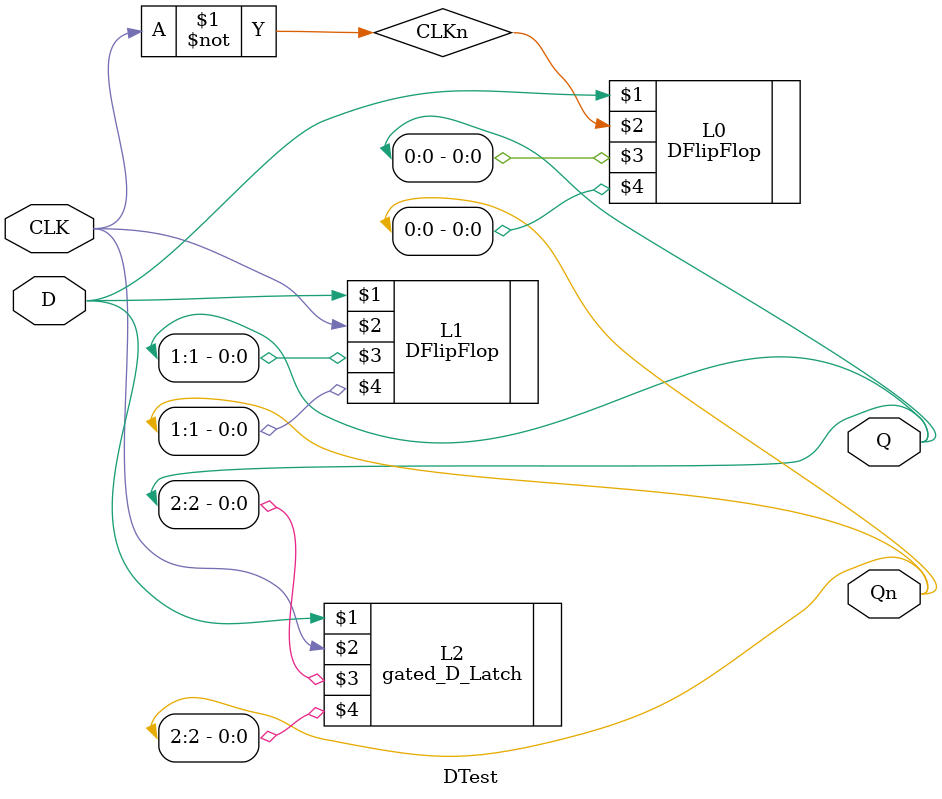
<source format=v>
`timescale 1ns / 1ps


module DTest(
    input CLK, D,
    output [2:0] Q, Qn
    );
    
    wire CLKn;
    
    assign CLKn = ~CLK;
    
    gated_D_Latch L2(D, CLK, Q[2], Qn[2]);
    DFlipFlop L1(D, CLK, Q[1], Qn[1]);
    DFlipFlop L0(D, CLKn, Q[0], Qn[0]);
    
endmodule

</source>
